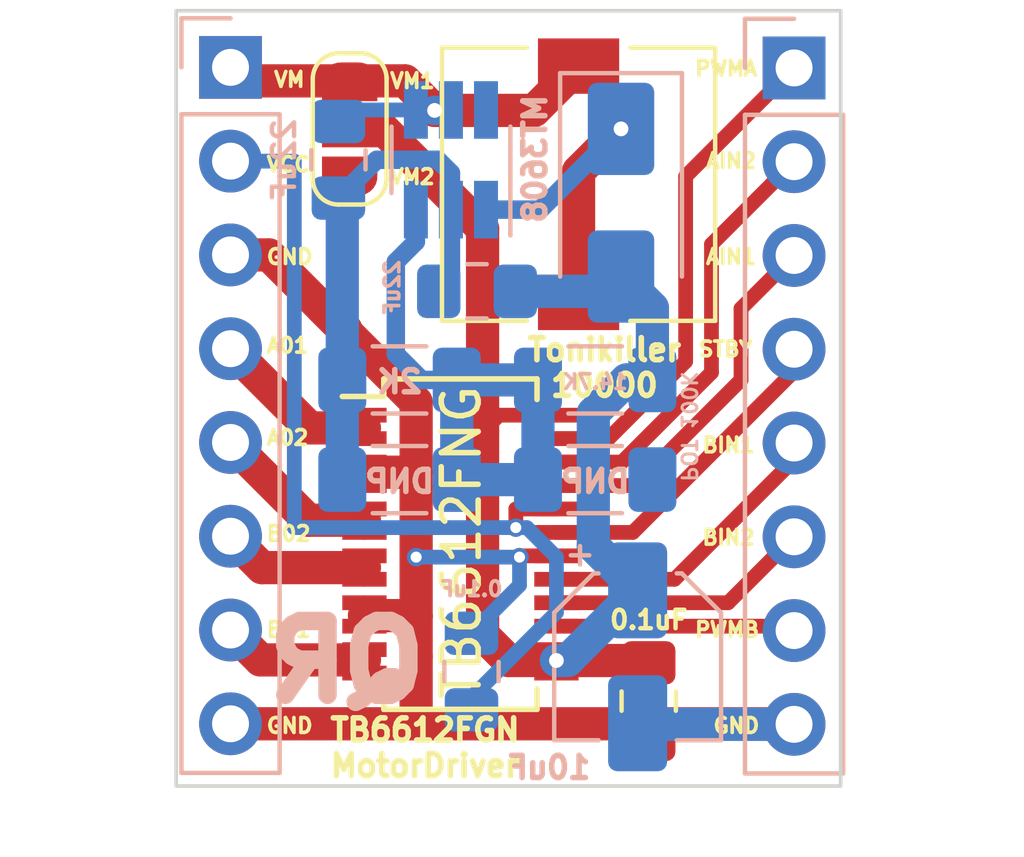
<source format=kicad_pcb>
(kicad_pcb (version 20221018) (generator pcbnew)
  (layers (0 "F.Cu" signal) (31 "B.Cu" signal) (34 "B.Paste" user) (35 "F.Paste" user) (36 "B.SilkS" user "B.Silkscreen") (37 "F.SilkS" user "F.Silkscreen") (38 "B.Mask" user) (39 "F.Mask" user) (44 "Edge.Cuts" user))
  (net 0 "")
  (net 1 "/VM1")
  (net 2 "GND")
  (net 3 "/VM2")
  (net 4 "Net-(JP1-C)")
  (net 5 "/VCC")
  (net 6 "Net-(D1-A)")
  (net 7 "/A01")
  (net 8 "/A02")
  (net 9 "/B02")
  (net 10 "/B01")
  (net 11 "/PWMA")
  (net 12 "/AIN2")
  (net 13 "/AIN1")
  (net 14 "/STBY")
  (net 15 "/BIN1")
  (net 16 "/BIN2")
  (net 17 "/PWMB")
  (net 18 "Net-(U1-FB)")
  (footprint "Inductor_SMD:L_7.3x7.3_H4.5" (layer "F.Cu") (at 57 53.1 90)
    (fp_text reference "L1" hide)
    (fp_text value "22uH")
    (fp_line (start -3.7 -3.7) (end 3.7 -3.7) (stroke (width 0.12)) (layer "F.SilkS"))
    (fp_line (start -3.7 -1.4) (end -3.7 -3.7) (stroke (width 0.12)) (layer "F.SilkS"))
    (fp_line (start -3.7 3.7) (end -3.7 1.4) (stroke (width 0.12)) (layer "F.SilkS"))
    (fp_line (start 3.7 -3.7) (end 3.7 -1.4) (stroke (width 0.12)) (layer "F.SilkS"))
    (fp_line (start 3.7 1.4) (end 3.7 3.7) (stroke (width 0.12)) (layer "F.SilkS"))
    (fp_line (start 3.7 3.7) (end -3.7 3.7) (stroke (width 0.12)) (layer "F.SilkS"))
    (pad "1" smd rect (at -3.2 0 90) (size 1.5 2.2) (layers "F.Cu" "F.Paste" "F.Mask") (net 1 "/VM1"))
    (pad "2" smd rect (at 3.2 0 90) (size 1.5 2.2) (layers "F.Cu" "F.Paste" "F.Mask") (net 6 "Net-(D1-A)"))
  )
  (footprint "Jumper:SolderJumper-3_P1.3mm_Open_RoundedPad1.0x1.5mm_NumberLabels" (layer "F.Cu") (at 50.8 51.6 90)
    (fp_text reference "JP1" hide)
    (fp_text value "Jumper_3_Bridged12" hide)
    (fp_text user "VM1" (at 1.3 1.7 180) (layer "F.SilkS") (effects (font (size 0.4 0.4) (thickness 0.1))))
    (fp_text user "VM2" (at -1.3 1.7) (layer "F.SilkS") (effects (font (size 0.4 0.4) (thickness 0.1))))
    (fp_line (start -2.05 0.3) (end -2.05 -0.3) (stroke (width 0.12)) (layer "F.SilkS"))
    (fp_line (start -1.4 -1) (end 1.4 -1) (stroke (width 0.12)) (layer "F.SilkS"))
    (fp_line (start 1.4 1) (end -1.4 1) (stroke (width 0.12)) (layer "F.SilkS"))
    (fp_line (start 2.05 -0.3) (end 2.05 0.3) (stroke (width 0.12)) (layer "F.SilkS"))
    (fp_arc (start -2.05 -0.3) (mid -1.844975 -0.794975) (end -1.35 -1) (stroke (width 0.12)) (layer "F.SilkS"))
    (fp_arc (start -1.35 1) (mid -1.844975 0.794975) (end -2.05 0.3) (stroke (width 0.12)) (layer "F.SilkS"))
    (fp_arc (start 1.35 -1) (mid 1.844975 -0.794975) (end 2.05 -0.3) (stroke (width 0.12)) (layer "F.SilkS"))
    (fp_arc (start 2.05 0.3) (mid 1.844975 0.794975) (end 1.35 1) (stroke (width 0.12)) (layer "F.SilkS"))
    (pad "1" smd custom (at -1.3 0 90) (size 1 0.5) (layers "F.Cu" "F.Mask") (net 3 "/VM2") (options (clearance outline) (anchor rect)) (primitives (gr_circle (center 0 0.25) (end 0.5 0.25) (width 0) (fill yes)) (gr_circle (center 0 -0.25) (end 0.5 -0.25) (width 0) (fill yes)) (gr_poly (pts (xy 0.55 0.75) (xy 0 0.75) (xy 0 -0.75) (xy 0.55 -0.75)) (width 0) (fill yes))))
    (pad "2" smd rect (at 0 0 90) (size 1 1.5) (layers "F.Cu" "F.Mask") (net 4 "Net-(JP1-C)"))
    (pad "3" smd custom (at 1.3 0 90) (size 1 0.5) (layers "F.Cu" "F.Mask") (net 1 "/VM1") (options (clearance outline) (anchor rect)) (primitives (gr_circle (center 0 0.25) (end 0.5 0.25) (width 0) (fill yes)) (gr_circle (center 0 -0.25) (end 0.5 -0.25) (width 0) (fill yes)) (gr_poly (pts (xy 0 0.75) (xy -0.55 0.75) (xy -0.55 -0.75) (xy 0 -0.75)) (width 0) (fill yes))))
  )
  (footprint "Capacitor_SMD:C_0805_2012Metric_Pad1.18x1.45mm_HandSolder" (layer "F.Cu") (at 58.9 67.1 -90)
    (fp_text reference "C5" hide)
    (fp_text value "0.1uF" (at -2.2 0) (layer "F.SilkS") (effects (font (size 0.5 0.5) (thickness 0.12) bold)))
    (fp_line (start -0.261252 -0.735) (end 0.261252 -0.735) (stroke (width 0.12)) (layer "F.SilkS"))
    (fp_line (start -0.261252 0.735) (end 0.261252 0.735) (stroke (width 0.12)) (layer "F.SilkS"))
    (pad "1" smd roundrect (at -1.0375 0 270) (size 1.175 1.45) (layers "F.Cu" "F.Paste" "F.Mask") (roundrect_rratio 0.212766) (net 4 "Net-(JP1-C)"))
    (pad "2" smd roundrect (at 1.0375 0 270) (size 1.175 1.45) (layers "F.Cu" "F.Paste" "F.Mask") (roundrect_rratio 0.212766) (net 2 "GND"))
  )
  (footprint "Package_SO:SSOP-24_3.9x8.7mm_P0.635mm" (layer "F.Cu") (at 53.8 62.8478)
    (fp_text reference "U2" hide)
    (fp_text value "TB6612FNG" (at 0.025 -0.05 90) (layer "F.SilkS"))
    (fp_line (start -2.075 -4.475) (end -2.075 -4) (stroke (width 0.15)) (layer "F.SilkS"))
    (fp_line (start -2.075 -4.475) (end 2.075 -4.475) (stroke (width 0.15)) (layer "F.SilkS"))
    (fp_line (start -2.075 -4) (end -3.2 -4) (stroke (width 0.15)) (layer "F.SilkS"))
    (fp_line (start -2.075 4.475) (end -2.075 3.9175) (stroke (width 0.15)) (layer "F.SilkS"))
    (fp_line (start -2.075 4.475) (end 2.075 4.475) (stroke (width 0.15)) (layer "F.SilkS"))
    (fp_line (start 2.075 -4.475) (end 2.075 -3.9175) (stroke (width 0.15)) (layer "F.SilkS"))
    (fp_line (start 2.075 4.475) (end 2.075 3.9175) (stroke (width 0.15)) (layer "F.SilkS"))
    (pad "1" smd rect (at -2.6 -3.4925) (size 1.2 0.4) (layers "F.Cu" "F.Paste" "F.Mask") (net 7 "/A01"))
    (pad "2" smd rect (at -2.6 -2.8575) (size 1.2 0.4) (layers "F.Cu" "F.Paste" "F.Mask") (net 7 "/A01"))
    (pad "3" smd rect (at -2.6 -2.2225) (size 1.2 0.4) (layers "F.Cu" "F.Paste" "F.Mask") (net 2 "GND"))
    (pad "4" smd rect (at -2.6 -1.5875) (size 1.2 0.4) (layers "F.Cu" "F.Paste" "F.Mask") (net 2 "GND"))
    (pad "5" smd rect (at -2.6 -0.9525) (size 1.2 0.4) (layers "F.Cu" "F.Paste" "F.Mask") (net 8 "/A02"))
    (pad "6" smd rect (at -2.6 -0.3175) (size 1.2 0.4) (layers "F.Cu" "F.Paste" "F.Mask") (net 8 "/A02"))
    (pad "7" smd rect (at -2.6 0.3175) (size 1.2 0.4) (layers "F.Cu" "F.Paste" "F.Mask") (net 9 "/B02"))
    (pad "8" smd rect (at -2.6 0.9525) (size 1.2 0.4) (layers "F.Cu" "F.Paste" "F.Mask") (net 9 "/B02"))
    (pad "9" smd rect (at -2.6 1.5875) (size 1.2 0.4) (layers "F.Cu" "F.Paste" "F.Mask") (net 2 "GND"))
    (pad "10" smd rect (at -2.6 2.2225) (size 1.2 0.4) (layers "F.Cu" "F.Paste" "F.Mask") (net 2 "GND"))
    (pad "11" smd rect (at -2.6 2.8575) (size 1.2 0.4) (layers "F.Cu" "F.Paste" "F.Mask") (net 10 "/B01"))
    (pad "12" smd rect (at -2.6 3.4925) (size 1.2 0.4) (layers "F.Cu" "F.Paste" "F.Mask") (net 10 "/B01"))
    (pad "13" smd rect (at 2.6 3.4925) (size 1.2 0.4) (layers "F.Cu" "F.Paste" "F.Mask") (net 4 "Net-(JP1-C)"))
    (pad "14" smd rect (at 2.6 2.8575) (size 1.2 0.4) (layers "F.Cu" "F.Paste" "F.Mask") (net 4 "Net-(JP1-C)"))
    (pad "15" smd rect (at 2.6 2.2225) (size 1.2 0.4) (layers "F.Cu" "F.Paste" "F.Mask") (net 17 "/PWMB"))
    (pad "16" smd rect (at 2.6 1.5875) (size 1.2 0.4) (layers "F.Cu" "F.Paste" "F.Mask") (net 16 "/BIN2"))
    (pad "17" smd rect (at 2.6 0.9525) (size 1.2 0.4) (layers "F.Cu" "F.Paste" "F.Mask") (net 15 "/BIN1"))
    (pad "18" smd rect (at 2.6 0.3175) (size 1.2 0.4) (layers "F.Cu" "F.Paste" "F.Mask") (net 2 "GND"))
    (pad "19" smd rect (at 2.6 -0.3175) (size 1.2 0.4) (layers "F.Cu" "F.Paste" "F.Mask") (net 14 "/STBY"))
    (pad "20" smd rect (at 2.6 -0.9525) (size 1.2 0.4) (layers "F.Cu" "F.Paste" "F.Mask") (net 5 "/VCC"))
    (pad "21" smd rect (at 2.6 -1.5875) (size 1.2 0.4) (layers "F.Cu" "F.Paste" "F.Mask") (net 13 "/AIN1"))
    (pad "22" smd rect (at 2.6 -2.2225) (size 1.2 0.4) (layers "F.Cu" "F.Paste" "F.Mask") (net 12 "/AIN2"))
    (pad "23" smd rect (at 2.6 -2.8575) (size 1.2 0.4) (layers "F.Cu" "F.Paste" "F.Mask") (net 11 "/PWMA"))
    (pad "24" smd rect (at 2.6 -3.4925) (size 1.2 0.4) (layers "F.Cu" "F.Paste" "F.Mask") (net 4 "Net-(JP1-C)"))
  )
  (footprint "Resistor_SMD:R_1206_3216Metric_Pad1.30x1.75mm_HandSolder" (layer "B.Cu") (at 57.45 61.1 180)
    (fp_text reference "R4" hide)
    (fp_text value "DNP" (at 0 -0.0508) (layer "B.SilkS") (effects (font (size 0.6 0.6) (thickness 0.15) bold) (justify mirror)))
    (fp_line (start -0.727064 -0.91) (end 0.727064 -0.91) (stroke (width 0.12)) (layer "B.SilkS"))
    (fp_line (start -0.727064 0.91) (end 0.727064 0.91) (stroke (width 0.12)) (layer "B.SilkS"))
    (pad "1" smd roundrect (at -1.55 0 180) (size 1.3 1.75) (layers "B.Cu" "B.Paste" "B.Mask") (roundrect_rratio 0.192308) (net 18 "Net-(U1-FB)"))
    (pad "2" smd roundrect (at 1.55 0 180) (size 1.3 1.75) (layers "B.Cu" "B.Paste" "B.Mask") (roundrect_rratio 0.192308) (net 3 "/VM2"))
  )
  (footprint "Resistor_SMD:R_1206_3216Metric_Pad1.30x1.75mm_HandSolder" (layer "B.Cu") (at 52.15 61.1 180)
    (fp_text reference "R3" hide)
    (fp_text value "DNP" (at 0 -0.0508) (layer "B.SilkS") (effects (font (size 0.6 0.6) (thickness 0.15) bold) (justify mirror)))
    (fp_line (start -0.727064 -0.91) (end 0.727064 -0.91) (stroke (width 0.12)) (layer "B.SilkS"))
    (fp_line (start -0.727064 0.91) (end 0.727064 0.91) (stroke (width 0.12)) (layer "B.SilkS"))
    (pad "1" smd roundrect (at -1.55 0 180) (size 1.3 1.75) (layers "B.Cu" "B.Paste" "B.Mask") (roundrect_rratio 0.192308) (net 18 "Net-(U1-FB)"))
    (pad "2" smd roundrect (at 1.55 0 180) (size 1.3 1.75) (layers "B.Cu" "B.Paste" "B.Mask") (roundrect_rratio 0.192308) (net 2 "GND"))
  )
  (footprint "Capacitor_SMD:C_0805_2012Metric_Pad1.18x1.45mm_HandSolder" (layer "B.Cu") (at 54.25 56 180)
    (fp_text reference "C2" hide)
    (fp_text value "22uF" (at 2.3 0.1 90) (layer "B.SilkS") (effects (font (size 0.4 0.4) (thickness 0.1) bold) (justify mirror)))
    (fp_line (start -0.261252 -0.735) (end 0.261252 -0.735) (stroke (width 0.12)) (layer "B.SilkS"))
    (fp_line (start -0.261252 0.735) (end 0.261252 0.735) (stroke (width 0.12)) (layer "B.SilkS"))
    (pad "1" smd roundrect (at -1.0375 0 180) (size 1.175 1.45) (layers "B.Cu" "B.Paste" "B.Mask") (roundrect_rratio 0.212766) (net 3 "/VM2"))
    (pad "2" smd roundrect (at 1.0375 0 180) (size 1.175 1.45) (layers "B.Cu" "B.Paste" "B.Mask") (roundrect_rratio 0.212766) (net 2 "GND"))
  )
  (footprint "Capacitor_SMD:C_0805_2012Metric_Pad1.18x1.45mm_HandSolder" (layer "B.Cu") (at 54.1 66.3 90)
    (fp_text reference "C4" hide)
    (fp_text value "0.1uF" (at 2.2375 0 180) (layer "B.SilkS") (effects (font (size 0.4 0.4) (thickness 0.1) bold) (justify mirror)))
    (fp_line (start -0.261252 -0.735) (end 0.261252 -0.735) (stroke (width 0.12)) (layer "B.SilkS"))
    (fp_line (start -0.261252 0.735) (end 0.261252 0.735) (stroke (width 0.12)) (layer "B.SilkS"))
    (pad "1" smd roundrect (at -1.0375 0 90) (size 1.175 1.45) (layers "B.Cu" "B.Paste" "B.Mask") (roundrect_rratio 0.212766) (net 2 "GND"))
    (pad "2" smd roundrect (at 1.0375 0 90) (size 1.175 1.45) (layers "B.Cu" "B.Paste" "B.Mask") (roundrect_rratio 0.212766) (net 2 "GND"))
  )
  (footprint "Connector_PinSocket_2.54mm:PinSocket_1x08_P2.54mm_Vertical" (layer "B.Cu") (at 47.5724 49.934 180)
    (fp_text reference "J1" hide)
    (fp_text value "Conn_01x08_Pin")
    (fp_line (start -1.33 -19.11) (end 1.33 -19.11) (stroke (width 0.12)) (layer "B.SilkS"))
    (fp_line (start -1.33 -1.27) (end -1.33 -19.11) (stroke (width 0.12)) (layer "B.SilkS"))
    (fp_line (start -1.33 -1.27) (end 1.33 -1.27) (stroke (width 0.12)) (layer "B.SilkS"))
    (fp_line (start 0 1.33) (end 1.33 1.33) (stroke (width 0.12)) (layer "B.SilkS"))
    (fp_line (start 1.33 -1.27) (end 1.33 -19.11) (stroke (width 0.12)) (layer "B.SilkS"))
    (fp_line (start 1.33 1.33) (end 1.33 0) (stroke (width 0.12)) (layer "B.SilkS"))
    (pad "1" thru_hole rect (at 0 0 180) (size 1.7 1.7) (drill 1) (layers "*.Cu" "*.Mask") (net 1 "/VM1"))
    (pad "2" thru_hole oval (at 0 -2.54 180) (size 1.7 1.7) (drill 1) (layers "*.Cu" "*.Mask") (net 5 "/VCC"))
    (pad "3" thru_hole oval (at 0 -5.08 180) (size 1.7 1.7) (drill 1) (layers "*.Cu" "*.Mask") (net 2 "GND"))
    (pad "4" thru_hole oval (at 0 -7.62 180) (size 1.7 1.7) (drill 1) (layers "*.Cu" "*.Mask") (net 7 "/A01"))
    (pad "5" thru_hole oval (at 0 -10.16 180) (size 1.7 1.7) (drill 1) (layers "*.Cu" "*.Mask") (net 8 "/A02"))
    (pad "6" thru_hole oval (at 0 -12.7 180) (size 1.7 1.7) (drill 1) (layers "*.Cu" "*.Mask") (net 9 "/B02"))
    (pad "7" thru_hole oval (at 0 -15.24 180) (size 1.7 1.7) (drill 1) (layers "*.Cu" "*.Mask") (net 10 "/B01"))
    (pad "8" thru_hole oval (at 0 -17.78 180) (size 1.7 1.7) (drill 1) (layers "*.Cu" "*.Mask") (net 2 "GND"))
  )
  (footprint "Diode_SMD:D_SMA" (layer "B.Cu") (at 58.15 53.6 -90)
    (fp_text reference "D1" hide)
    (fp_text value "SS34_C183891" hide)
    (fp_line (start -3.51 -1.65) (end 2 -1.65) (stroke (width 0.12)) (layer "B.SilkS"))
    (fp_line (start -3.51 1.65) (end -3.51 -1.65) (stroke (width 0.12)) (layer "B.SilkS"))
    (fp_line (start -3.51 1.65) (end 2 1.65) (stroke (width 0.12)) (layer "B.SilkS"))
    (pad "1" smd roundrect (at -2 0 270) (size 2.5 1.8) (layers "B.Cu" "B.Paste" "B.Mask") (roundrect_rratio 0.1388888889) (net 3 "/VM2"))
    (pad "2" smd roundrect (at 2 0 270) (size 2.5 1.8) (layers "B.Cu" "B.Paste" "B.Mask") (roundrect_rratio 0.1388888889) (net 6 "Net-(D1-A)"))
  )
  (footprint "Capacitor_SMD:CP_Elec_4x5.4" (layer "B.Cu") (at 58.6 65.9 -90)
    (fp_text reference "C3" hide)
    (fp_text value "10uF" (at 3 2.4) (layer "B.SilkS") (effects (font (size 0.6 0.6)) (justify mirror)))
    (fp_line (start -3 1.56) (end -2.5 1.56) (stroke (width 0.12)) (layer "B.SilkS"))
    (fp_line (start -2.75 1.81) (end -2.75 1.31) (stroke (width 0.12)) (layer "B.SilkS"))
    (fp_line (start -2.26 -1.195563) (end -2.26 -1.06) (stroke (width 0.12)) (layer "B.SilkS"))
    (fp_line (start -2.26 -1.195563) (end -1.195563 -2.26) (stroke (width 0.12)) (layer "B.SilkS"))
    (fp_line (start -2.26 1.195563) (end -2.26 1.06) (stroke (width 0.12)) (layer "B.SilkS"))
    (fp_line (start -2.26 1.195563) (end -1.195563 2.26) (stroke (width 0.12)) (layer "B.SilkS"))
    (fp_line (start -1.195563 -2.26) (end 2.26 -2.26) (stroke (width 0.12)) (layer "B.SilkS"))
    (fp_line (start -1.195563 2.26) (end 2.26 2.26) (stroke (width 0.12)) (layer "B.SilkS"))
    (fp_line (start 2.26 -2.26) (end 2.26 -1.06) (stroke (width 0.12)) (layer "B.SilkS"))
    (fp_line (start 2.26 2.26) (end 2.26 1.06) (stroke (width 0.12)) (layer "B.SilkS"))
    (pad "1" smd roundrect (at -1.8 0 270) (size 2.6 1.6) (layers "B.Cu" "B.Paste" "B.Mask") (roundrect_rratio 0.15625) (net 4 "Net-(JP1-C)"))
    (pad "2" smd roundrect (at 1.8 0 270) (size 2.6 1.6) (layers "B.Cu" "B.Paste" "B.Mask") (roundrect_rratio 0.15625) (net 2 "GND"))
  )
  (footprint "Resistor_SMD:R_1206_3216Metric_Pad1.30x1.75mm_HandSolder" (layer "B.Cu") (at 52.15 58.4 180)
    (fp_text reference "R2" hide)
    (fp_text value "2K" (at 0 -0.0508) (layer "B.SilkS") (effects (font (size 0.6 0.6) (thickness 0.15) bold) (justify mirror)))
    (fp_line (start -0.727064 -0.91) (end 0.727064 -0.91) (stroke (width 0.12)) (layer "B.SilkS"))
    (fp_line (start -0.727064 0.91) (end 0.727064 0.91) (stroke (width 0.12)) (layer "B.SilkS"))
    (pad "1" smd roundrect (at -1.55 0 180) (size 1.3 1.75) (layers "B.Cu" "B.Paste" "B.Mask") (roundrect_rratio 0.192308) (net 18 "Net-(U1-FB)"))
    (pad "2" smd roundrect (at 1.55 0 180) (size 1.3 1.75) (layers "B.Cu" "B.Paste" "B.Mask") (roundrect_rratio 0.192308) (net 2 "GND"))
  )
  (footprint "Capacitor_SMD:C_0805_2012Metric_Pad1.18x1.45mm_HandSolder" (layer "B.Cu") (at 50.4948 52.4376 90)
    (fp_text reference "C1" hide)
    (fp_text value "22uF" (at 0 -1.4732 90) (layer "B.SilkS") (effects (font (size 0.6 0.6) (thickness 0.12) bold) (justify mirror)))
    (fp_line (start -0.261252 -0.735) (end 0.261252 -0.735) (stroke (width 0.12)) (layer "B.SilkS"))
    (fp_line (start -0.261252 0.735) (end 0.261252 0.735) (stroke (width 0.12)) (layer "B.SilkS"))
    (pad "1" smd roundrect (at -1.0375 0 90) (size 1.175 1.45) (layers "B.Cu" "B.Paste" "B.Mask") (roundrect_rratio 0.212766) (net 1 "/VM1"))
    (pad "2" smd roundrect (at 1.0375 0 90) (size 1.175 1.45) (layers "B.Cu" "B.Paste" "B.Mask") (roundrect_rratio 0.212766) (net 2 "GND"))
  )
  (footprint "Package_TO_SOT_SMD:SOT-23-6_Handsoldering" (layer "B.Cu") (at 53.5428 52.4376 90)
    (fp_text reference "U1" hide)
    (fp_text value "MT3608" (at 0.025 2.275 90) (layer "B.SilkS") (effects (font (size 0.6 0.6) (thickness 0.15) bold) (justify mirror)))
    (fp_line (start -0.9 -1.61) (end 0.9 -1.61) (stroke (width 0.12)) (layer "B.SilkS"))
    (fp_line (start 0.9 1.61) (end -2.05 1.61) (stroke (width 0.12)) (layer "B.SilkS"))
    (pad "1" smd rect (at -1.35 0.95 90) (size 1.56 0.65) (layers "B.Cu" "B.Paste" "B.Mask") (net 6 "Net-(D1-A)"))
    (pad "2" smd rect (at -1.35 0 90) (size 1.56 0.65) (layers "B.Cu" "B.Paste" "B.Mask") (net 2 "GND"))
    (pad "3" smd rect (at -1.35 -0.95 90) (size 1.56 0.65) (layers "B.Cu" "B.Paste" "B.Mask") (net 18 "Net-(U1-FB)"))
    (pad "4" smd rect (at 1.35 -0.95 90) (size 1.56 0.65) (layers "B.Cu" "B.Paste" "B.Mask") (net 1 "/VM1"))
    (pad "5" smd rect (at 1.35 0 90) (size 1.56 0.65) (layers "B.Cu" "B.Paste" "B.Mask") (net 1 "/VM1"))
    (pad "6" smd rect (at 1.35 0.95 90) (size 1.56 0.65) (layers "B.Cu" "B.Paste" "B.Mask"))
  )
  (footprint "Resistor_SMD:R_1206_3216Metric_Pad1.30x1.75mm_HandSolder" (layer "B.Cu") (at 57.45 58.4 180)
    (fp_text reference "R1" hide)
    (fp_text value "14.7K" (at 0 -0.0508) (layer "B.SilkS") (effects (font (size 0.4 0.4) (thickness 0.1) bold) (justify mirror)))
    (fp_line (start -0.727064 -0.91) (end 0.727064 -0.91) (stroke (width 0.12)) (layer "B.SilkS"))
    (fp_line (start -0.727064 0.91) (end 0.727064 0.91) (stroke (width 0.12)) (layer "B.SilkS"))
    (pad "1" smd roundrect (at -1.55 0 180) (size 1.3 1.75) (layers "B.Cu" "B.Paste" "B.Mask") (roundrect_rratio 0.192308) (net 18 "Net-(U1-FB)"))
    (pad "2" smd roundrect (at 1.55 0 180) (size 1.3 1.75) (layers "B.Cu" "B.Paste" "B.Mask") (roundrect_rratio 0.192308) (net 3 "/VM2"))
  )
  (footprint "Connector_PinSocket_2.54mm:PinSocket_1x08_P2.54mm_Vertical" (layer "B.Cu") (at 62.8374 49.949 180)
    (fp_text reference "J2" hide)
    (fp_text value "Conn_01x08_Pin")
    (fp_line (start -1.33 -19.11) (end 1.33 -19.11) (stroke (width 0.12)) (layer "B.SilkS"))
    (fp_line (start -1.33 -1.27) (end -1.33 -19.11) (stroke (width 0.12)) (layer "B.SilkS"))
    (fp_line (start -1.33 -1.27) (end 1.33 -1.27) (stroke (width 0.12)) (layer "B.SilkS"))
    (fp_line (start 0 1.33) (end 1.33 1.33) (stroke (width 0.12)) (layer "B.SilkS"))
    (fp_line (start 1.33 -1.27) (end 1.33 -19.11) (stroke (width 0.12)) (layer "B.SilkS"))
    (fp_line (start 1.33 1.33) (end 1.33 0) (stroke (width 0.12)) (layer "B.SilkS"))
    (pad "1" thru_hole rect (at 0 0 180) (size 1.7 1.7) (drill 1) (layers "*.Cu" "*.Mask") (net 11 "/PWMA"))
    (pad "2" thru_hole oval (at 0 -2.54 180) (size 1.7 1.7) (drill 1) (layers "*.Cu" "*.Mask") (net 12 "/AIN2"))
    (pad "3" thru_hole oval (at 0 -5.08 180) (size 1.7 1.7) (drill 1) (layers "*.Cu" "*.Mask") (net 13 "/AIN1"))
    (pad "4" thru_hole oval (at 0 -7.62 180) (size 1.7 1.7) (drill 1) (layers "*.Cu" "*.Mask") (net 14 "/STBY"))
    (pad "5" thru_hole oval (at 0 -10.16 180) (size 1.7 1.7) (drill 1) (layers "*.Cu" "*.Mask") (net 15 "/BIN1"))
    (pad "6" thru_hole oval (at 0 -12.7 180) (size 1.7 1.7) (drill 1) (layers "*.Cu" "*.Mask") (net 16 "/BIN2"))
    (pad "7" thru_hole oval (at 0 -15.24 180) (size 1.7 1.7) (drill 1) (layers "*.Cu" "*.Mask") (net 17 "/PWMB"))
    (pad "8" thru_hole oval (at 0 -17.78 180) (size 1.7 1.7) (drill 1) (layers "*.Cu" "*.Mask") (net 2 "GND"))
  )
  (gr_rect (start 46.1 48.4) (end 64.1 69.4) (stroke (width 0.1)) (fill none) (layer "Edge.Cuts"))
  (gr_text "POT 100K" (at 59.75 61.2 -90) (layer "B.SilkS") (effects (font (size 0.4 0.4) (thickness 0.08) bold) (justify left bottom mirror)))
  (gr_text "QR" (at 53.1 67.2) (layer "B.SilkS") (effects (font (size 2 2) (thickness 0.5) bold) (justify left bottom mirror)))
  (gr_text "STBY\n" (at 60.2 57.8) (layer "F.SilkS") (effects (font (size 0.4 0.4) (thickness 0.1) bold) (justify left bottom)))
  (gr_text "PWMB\n" (at 60.1 65.4) (layer "F.SilkS") (effects (font (size 0.4 0.4) (thickness 0.1) bold) (justify left bottom)))
  (gr_text "GND" (at 60.6 68) (layer "F.SilkS") (effects (font (size 0.4 0.4) (thickness 0.1) bold) (justify left bottom)))
  (gr_text "BIN1" (at 60.3 60.4) (layer "F.SilkS") (effects (font (size 0.4 0.4) (thickness 0.1) bold) (justify left bottom)))
  (gr_text "AIN1" (at 60.4 55.3) (layer "F.SilkS") (effects (font (size 0.4 0.4) (thickness 0.1) bold) (justify left bottom)))
  (gr_text "VM" (at 48.7 50.5) (layer "F.SilkS") (effects (font (size 0.4 0.4) (thickness 0.1) bold) (justify left bottom)))
  (gr_text "VCC" (at 48.5 52.8) (layer "F.SilkS") (effects (font (size 0.4 0.4) (thickness 0.1) bold) (justify left bottom)))
  (gr_text "B02" (at 48.5 62.8) (layer "F.SilkS") (effects (font (size 0.4 0.4) (thickness 0.1) bold) (justify left bottom)))
  (gr_text "PWMA\n" (at 60.1 50.2) (layer "F.SilkS") (effects (font (size 0.4 0.4) (thickness 0.1) bold) (justify left bottom)))
  (gr_text "A02" (at 48.5 60.2) (layer "F.SilkS") (effects (font (size 0.4 0.4) (thickness 0.1) bold) (justify left bottom)))
  (gr_text "GND" (at 48.5 68) (layer "F.SilkS") (effects (font (size 0.4 0.4) (thickness 0.1) bold) (justify left bottom)))
  (gr_text "A01\n" (at 48.5 57.7) (layer "F.SilkS") (effects (font (size 0.4 0.4) (thickness 0.1) bold) (justify left bottom)))
  (gr_text "Tonikiller\n10000" (at 57.7 58.9) (layer "F.SilkS") (effects (font (size 0.6 0.6) (thickness 0.15) bold) (justify bottom)))
  (gr_text "BIN2\n" (at 60.3 62.9) (layer "F.SilkS") (effects (font (size 0.4 0.4) (thickness 0.1) bold) (justify left bottom)))
  (gr_text "TB6612FGN \nMotorDriver" (at 50.2 69.2) (layer "F.SilkS") (effects (font (size 0.6 0.6) (thickness 0.15) bold) (justify left bottom)))
  (gr_text "B01" (at 48.5 65.4) (layer "F.SilkS") (effects (font (size 0.4 0.4) (thickness 0.1) bold) (justify left bottom)))
  (gr_text "GND" (at 48.5 55.3) (layer "F.SilkS") (effects (font (size 0.4 0.4) (thickness 0.1) bold) (justify left bottom)))
  (gr_text "AIN2\n" (at 60.4 52.7) (layer "F.SilkS") (effects (font (size 0.4 0.4) (thickness 0.1) bold) (justify left bottom)))
  (segment (start 57 52.75) (end 58.15 51.6) (width 0.9) (layer "F.Cu") (net 0))
  (segment (start 54.4 54.3) (end 54.4 59.8) (width 0.9) (layer "F.Cu") (net 0))
  (segment (start 51.7 51.6) (end 54.4 54.3) (width 0.9) (layer "F.Cu") (net 0))
  (segment (start 57 56.3) (end 57 52.75) (width 0.9) (layer "F.Cu") (net 0))
  (segment (start 54.8447 59.3553) (end 56.4 59.3553) (width 0.4) (layer "F.Cu") (net 0))
  (segment (start 58.8375 66) (end 58.9 66.0625) (width 0.9) (layer "F.Cu") (net 0))
  (segment (start 56.4 66) (end 58.8375 66) (width 0.9) (layer "F.Cu") (net 0))
  (segment (start 54.4 59.8) (end 54.8447 59.3553) (width 0.4) (layer "F.Cu") (net 0))
  (segment (start 54.4 65.3) (end 54.4 59.8) (width 0.9) (layer "F.Cu") (net 0))
  (segment (start 50.8 51.6) (end 51.7 51.6) (width 0.9) (layer "F.Cu") (net 0))
  (segment (start 56.4 66) (end 56.4 66.3403) (width 0.4) (layer "F.Cu") (net 0))
  (segment (start 56.4 65.7053) (end 56.4 66) (width 0.4) (layer "F.Cu") (net 0))
  (segment (start 56.4 66) (end 55.1 66) (width 0.9) (layer "F.Cu") (net 0))
  (segment (start 55.1 66) (end 54.4 65.3) (width 0.9) (layer "F.Cu") (net 0))
  (via (at 56.4 66) (size 0.8) (drill 0.4) (layers "F.Cu" "B.Cu") (net 0))
  (via (at 58.15 51.6) (size 0.8) (drill 0.4) (layers "F.Cu" "B.Cu") (net 0))
  (segment (start 55.9624 53.7876) (end 58.15 51.6) (width 0.5) (layer "B.Cu") (net 0))
  (segment (start 59 56.45) (end 59 58.4) (width 0.9) (layer "B.Cu") (net 0))
  (segment (start 56.4 66) (end 56.7 66) (width 0.9) (layer "B.Cu") (net 0))
  (segment (start 57.4 59.3) (end 57.4 62.9) (width 0.9) (layer "B.Cu") (net 0))
  (segment (start 58.15 55.6) (end 59 56.45) (width 0.9) (layer "B.Cu") (net 0))
  (segment (start 55.2875 56) (end 57.75 56) (width 0.9) (layer "B.Cu") (net 0))
  (segment (start 59 58.4) (end 58.3 58.4) (width 0.9) (layer "B.Cu") (net 0))
  (segment (start 56.7 66) (end 58.6 64.1) (width 0.9) (layer "B.Cu") (net 0))
  (segment (start 54.4928 53.7876) (end 55.9624 53.7876) (width 0.5) (layer "B.Cu") (net 0))
  (segment (start 58.3 58.4) (end 57.4 59.3) (width 0.9) (layer "B.Cu") (net 0))
  (segment (start 57.4 62.9) (end 58.6 64.1) (width 0.9) (layer "B.Cu") (net 0))
  (segment (start 57.75 56) (end 58.15 55.6) (width 1) (layer "B.Cu") (net 0))
  (segment (start 47.5724 49.934) (end 47.9384 50.3) (width 0.9) (layer "F.Cu") (net 1))
  (segment (start 55.8 51.1) (end 57 49.9) (width 0.9) (layer "F.Cu") (net 1))
  (segment (start 52.3 50.3) (end 53.1 51.1) (width 0.9) (layer "F.Cu") (net 1))
  (segment (start 47.9384 50.3) (end 50.8 50.3) (width 0.9) (layer "F.Cu") (net 1))
  (segment (start 53.1 51.1) (end 55.8 51.1) (width 0.9) (layer "F.Cu") (net 1))
  (segment (start 50.8 50.3) (end 52.3 50.3) (width 0.9) (layer "F.Cu") (net 1))
  (via (at 53.1 51.1) (size 0.8) (drill 0.4) (layers "F.Cu" "B.Cu") (net 1))
  (segment (start 53.1124 51.0876) (end 53.1 51.1) (width 0.4) (layer "B.Cu") (net 1))
  (segment (start 53.1 51.1) (end 53.0876 51.0876) (width 0.4) (layer "B.Cu") (net 1))
  (segment (start 52.5928 51.0876) (end 50.8073 51.0876) (width 0.4) (layer "B.Cu") (net 1))
  (segment (start 53.0876 51.0876) (end 52.5928 51.0876) (width 0.4) (layer "B.Cu") (net 1))
  (segment (start 53.15 51.0876) (end 53.1124 51.0876) (width 0.4) (layer "B.Cu") (net 1))
  (segment (start 50.8073 51.0876) (end 50.4948 51.4001) (width 0.4) (layer "B.Cu") (net 1))
  (segment (start 53.5428 51.0876) (end 53.15 51.0876) (width 0.4) (layer "B.Cu") (net 1))
  (segment (start 50.6375 57.0375) (end 50.05 56.45) (width 0.9) (layer "F.Cu") (net 2))
  (segment (start 50.7 57.0375) (end 50.6375 57.0375) (width 0.9) (layer "F.Cu") (net 2))
  (segment (start 51.2 65.0703) (end 51.2 64.784) (width 0.4) (layer "F.Cu") (net 2))
  (segment (start 52.2 64.8) (end 52.6 64.8) (width 0.9) (layer "F.Cu") (net 2))
  (segment (start 56.4 63.1653) (end 55.4347 63.1653) (width 0.4) (layer "F.Cu") (net 2))
  (segment (start 47.5724 55.014) (end 47.8489 54.7375) (width 0.9) (layer "F.Cu") (net 2))
  (segment (start 58.9 67.914) (end 58.7 67.714) (width 0.9) (layer "F.Cu") (net 2))
  (segment (start 58.7 67.714) (end 62.8224 67.714) (width 0.9) (layer "F.Cu") (net 2))
  (segment (start 52.6 67.714) (end 52.6 65.9) (width 0.9) (layer "F.Cu") (net 2))
  (segment (start 52.184 64.784) (end 51.2 64.784) (width 0.9) (layer "F.Cu") (net 2))
  (segment (start 51.2 61.2603) (end 51.2 60.9) (width 0.4) (layer "F.Cu") (net 2))
  (segment (start 52.6 59) (end 50.05 56.45) (width 0.9) (layer "F.Cu") (net 2))
  (segment (start 58.9 68.1375) (end 58.9 67.914) (width 0.9) (layer "F.Cu") (net 2))
  (segment (start 48.614 55.014) (end 47.5724 55.014) (width 0.9) (layer "F.Cu") (net 2))
  (segment (start 51.2 64.4353) (end 51.2 65.0703) (width 0.4) (layer "F.Cu") (net 2))
  (segment (start 55.4347 63.1653) (end 55.4 63.2) (width 0.4) (layer "F.Cu") (net 2))
  (segment (start 52.6 60.9) (end 52.6 59) (width 0.9) (layer "F.Cu") (net 2))
  (segment (start 50.05 56.45) (end 48.614 55.014) (width 0.9) (layer "F.Cu") (net 2))
  (segment (start 52.6 65.9) (end 52.6 64.8) (width 0.9) (layer "F.Cu") (net 2))
  (segment (start 52.6 63.2) (end 52.6 61.3) (width 0.9) (layer "F.Cu") (net 2))
  (segment (start 51.2 60.6253) (end 51.2 61.2603) (width 0.4) (layer "F.Cu") (net 2))
  (segment (start 52.184 64.784) (end 52.2 64.8) (width 0.9) (layer "F.Cu") (net 2))
  (segment (start 52.6 60.9) (end 51.2 60.9) (width 0.9) (layer "F.Cu") (net 2))
  (segment (start 52.6 64.8) (end 52.6 63.2) (width 0.9) (layer "F.Cu") (net 2))
  (segment (start 52.6 60.9) (end 52.6 61.3) (width 0.9) (layer "F.Cu") (net 2))
  (segment (start 62.8224 67.714) (end 62.8374 67.729) (width 0.9) (layer "F.Cu") (net 2))
  (segment (start 52.6 67.714) (end 58.7 67.714) (width 0.9) (layer "F.Cu") (net 2))
  (segment (start 47.5724 67.714) (end 52.6 67.714) (width 0.9) (layer "F.Cu") (net 2))
  (via (at 55.4 63.2) (size 0.5) (drill 0.3) (layers "F.Cu" "B.Cu") (net 2))
  (via (at 52.6 63.2) (size 0.5) (drill 0.3) (layers "F.Cu" "B.Cu") (net 2))
  (segment (start 53.5428 55.6697) (end 53.2125 56) (width 0.5) (layer "B.Cu") (net 2))
  (segment (start 55.4 63.9625) (end 54.1 65.2625) (width 0.4) (layer "B.Cu") (net 2))
  (segment (start 62.8374 67.729) (end 58.629 67.729) (width 0.9) (layer "B.Cu") (net 2))
  (segment (start 50.6 53.5803) (end 50.4948 53.4751) (width 0.9) (layer "B.Cu") (net 2))
  (segment (start 53.1872 52.4376) (end 51.5323 52.4376) (width 0.5) (layer "B.Cu") (net 2))
  (segment (start 58.629 67.729) (end 58.6 67.7) (width 0.9) (layer "B.Cu") (net 2))
  (segment (start 51.5323 52.4376) (end 50.4948 53.4751) (width 0.5) (layer "B.Cu") (net 2))
  (segment (start 50.6 58.4) (end 50.6 61.1) (width 0.9) (layer "B.Cu") (net 2))
  (segment (start 55.4 63.2) (end 52.6 63.2) (width 0.4) (layer "B.Cu") (net 2))
  (segment (start 50.6 58.4) (end 50.6 53.5803) (width 0.9) (layer "B.Cu") (net 2))
  (segment (start 55.4 63.2) (end 55.4 63.9625) (width 0.4) (layer "B.Cu") (net 2))
  (segment (start 53.5428 52.7932) (end 53.1872 52.4376) (width 0.5) (layer "B.Cu") (net 2))
  (segment (start 53.5428 53.7876) (end 53.5428 52.7932) (width 0.5) (layer "B.Cu") (net 2))
  (segment (start 53.5428 53.7876) (end 53.5428 55.6697) (width 0.5) (layer "B.Cu") (net 2))
  (segment (start 52.05 55.2) (end 52.05 57.7) (width 0.5) (layer "B.Cu") (net 3))
  (segment (start 52.05 57.7) (end 52.75 58.4) (width 0.5) (layer "B.Cu") (net 3))
  (segment (start 52.75 58.4) (end 53.7 58.4) (width 0.5) (layer "B.Cu") (net 3))
  (segment (start 52.5928 54.6572) (end 52.05 55.2) (width 0.5) (layer "B.Cu") (net 3))
  (segment (start 55.9 61.1) (end 53.7 61.1) (width 0.9) (layer "B.Cu") (net 3))
  (segment (start 55.9 61.1) (end 55.9 58.4) (width 0.9) (layer "B.Cu") (net 3))
  (segment (start 52.5928 53.7876) (end 52.5928 54.6572) (width 0.5) (layer "B.Cu") (net 3))
  (segment (start 53.7 58.4) (end 53.7 61.1) (width 0.9) (layer "B.Cu") (net 3))
  (segment (start 55.9 58.4) (end 53.7 58.4) (width 0.9) (layer "B.Cu") (net 3))
  (segment (start 55.3 61.8953) (end 55.3 62.4) (width 0.4) (layer "F.Cu") (net 5))
  (segment (start 56.4 61.8953) (end 55.3 61.8953) (width 0.4) (layer "F.Cu") (net 5))
  (segment (start 47.5724 52.474) (end 47.7609 52.6625) (width 0.9) (layer "F.Cu") (net 5))
  (via (at 55.3 62.4) (size 0.5) (drill 0.3) (layers "F.Cu" "B.Cu") (net 5))
  (segment (start 55.6 62.4) (end 55.3 62.4) (width 0.4) (layer "B.Cu") (net 5))
  (segment (start 56.4 63.2) (end 55.6 62.4) (width 0.4) (layer "B.Cu") (net 5))
  (segment (start 49.3 62.4) (end 49.3 52.474) (width 0.4) (layer "B.Cu") (net 5))
  (segment (start 54.1 67.3375) (end 54.1 67) (width 0.4) (layer "B.Cu") (net 5))
  (segment (start 55.3 62.4) (end 49.3 62.4) (width 0.4) (layer "B.Cu") (net 5))
  (segment (start 54.1 67) (end 56.4 64.7) (width 0.4) (layer "B.Cu") (net 5))
  (segment (start 56.4 64.7) (end 56.4 63.2) (width 0.4) (layer "B.Cu") (net 5))
  (segment (start 49.3 52.474) (end 47.5724 52.474) (width 0.4) (layer "B.Cu") (net 5))
  (segment (start 49.7184 59.7) (end 51.2 59.7) (width 0.9) (layer "F.Cu") (net 7))
  (segment (start 51.2 59.3553) (end 51.2 59.7) (width 0.4) (layer "F.Cu") (net 7))
  (segment (start 51.2 59.7) (end 51.2 59.9903) (width 0.4) (layer "F.Cu") (net 7))
  (segment (start 47.5724 57.554) (end 49.7184 59.7) (width 0.9) (layer "F.Cu") (net 7))
  (segment (start 47.5724 60.094) (end 49.6784 62.2) (width 0.9) (layer "F.Cu") (net 8))
  (segment (start 49.6784 62.2) (end 51.2 62.2) (width 0.9) (layer "F.Cu") (net 8))
  (segment (start 51.2 61.8953) (end 51.2 62.2) (width 0.4) (layer "F.Cu") (net 8))
  (segment (start 51.2 62.2) (end 51.2 62.5303) (width 0.4) (layer "F.Cu") (net 8))
  (segment (start 51.2 63.1653) (end 51.2 63.484) (width 0.4) (layer "F.Cu") (net 9))
  (segment (start 51.2 63.484) (end 51.2 63.8003) (width 0.4) (layer "F.Cu") (net 9))
  (segment (start 48.4224 63.484) (end 51.2 63.484) (width 0.9) (layer "F.Cu") (net 9))
  (segment (start 47.5724 62.634) (end 48.4224 63.484) (width 0.9) (layer "F.Cu") (net 9))
  (segment (start 51.2 65.7053) (end 51.2 65.984) (width 0.4) (layer "F.Cu") (net 10))
  (segment (start 47.5724 65.174) (end 48.3824 65.984) (width 0.9) (layer "F.Cu") (net 10))
  (segment (start 51.2 65.984) (end 51.2 66.3403) (width 0.4) (layer "F.Cu") (net 10))
  (segment (start 48.3824 65.984) (end 51.2 65.984) (width 0.9) (layer "F.Cu") (net 10))
  (segment (start 57.8097 59.9903) (end 59.9 57.9) (width 0.4) (layer "F.Cu") (net 11))
  (segment (start 59.9 57.9) (end 59.9 52.8864) (width 0.4) (layer "F.Cu") (net 11))
  (segment (start 56.4 59.9903) (end 57.8097 59.9903) (width 0.4) (layer "F.Cu") (net 11))
  (segment (start 59.9 52.8864) (end 62.8374 49.949) (width 0.4) (layer "F.Cu") (net 11))
  (segment (start 58.1747 60.6253) (end 60.6 58.2) (width 0.4) (layer "F.Cu") (net 12))
  (segment (start 56.4 60.6253) (end 58.1747 60.6253) (width 0.4) (layer "F.Cu") (net 12))
  (segment (start 60.6 54.7264) (end 62.8374 52.489) (width 0.4) (layer "F.Cu") (net 12))
  (segment (start 60.6 58.2) (end 60.6 54.7264) (width 0.4) (layer "F.Cu") (net 12))
  (segment (start 56.4 61.2603) (end 58.5397 61.2603) (width 0.4) (layer "F.Cu") (net 13))
  (segment (start 58.5397 61.2603) (end 61.4 58.4) (width 0.4) (layer "F.Cu") (net 13))
  (segment (start 61.4 56.4664) (end 62.8374 55.029) (width 0.4) (layer "F.Cu") (net 13))
  (segment (start 61.4 58.4) (end 61.4 56.4664) (width 0.4) (layer "F.Cu") (net 13))
  (segment (start 58.4697 62.5303) (end 62.8374 58.1626) (width 0.4) (layer "F.Cu") (net 14))
  (segment (start 62.8374 58.1626) (end 62.8374 57.569) (width 0.4) (layer "F.Cu") (net 14))
  (segment (start 56.4 62.5303) (end 58.4697 62.5303) (width 0.4) (layer "F.Cu") (net 14))
  (segment (start 56.4 63.8003) (end 59.5997 63.8003) (width 0.4) (layer "F.Cu") (net 15))
  (segment (start 62.8374 60.5626) (end 62.8374 60.109) (width 0.4) (layer "F.Cu") (net 15))
  (segment (start 59.5997 63.8003) (end 62.8374 60.5626) (width 0.4) (layer "F.Cu") (net 15))
  (segment (start 61.0511 64.4353) (end 62.8374 62.649) (width 0.4) (layer "F.Cu") (net 16))
  (segment (start 56.4 64.4353) (end 61.0511 64.4353) (width 0.4) (layer "F.Cu") (net 16))
  (segment (start 56.4 65.0703) (end 62.7187 65.0703) (width 0.4) (layer "F.Cu") (net 17))
  (segment (start 62.7187 65.0703) (end 62.8374 65.189) (width 0.4) (layer "F.Cu") (net 17))
)
</source>
